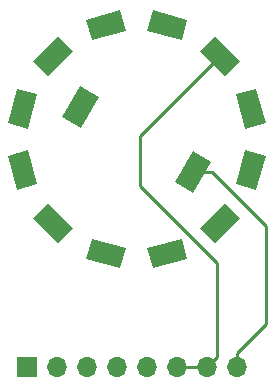
<source format=gbl>
G04 #@! TF.FileFunction,Copper,L2,Bot,Signal*
%FSLAX46Y46*%
G04 Gerber Fmt 4.6, Leading zero omitted, Abs format (unit mm)*
G04 Created by KiCad (PCBNEW 4.0.2-stable) date 2018-09-14 12:55:35 PM*
%MOMM*%
G01*
G04 APERTURE LIST*
%ADD10C,0.200000*%
%ADD11R,1.700000X1.700000*%
%ADD12O,1.700000X1.700000*%
%ADD13C,0.250000*%
G04 APERTURE END LIST*
D10*
G36*
X47344048Y-46497562D02*
X46878174Y-44758895D01*
X49775952Y-43982438D01*
X50241826Y-45721105D01*
X47344048Y-46497562D01*
X47344048Y-46497562D01*
G37*
G36*
X43655736Y-49527056D02*
X42382944Y-48254264D01*
X44504264Y-46132944D01*
X45777056Y-47405736D01*
X43655736Y-49527056D01*
X43655736Y-49527056D01*
G37*
G36*
X41971105Y-53991826D02*
X40232438Y-53525952D01*
X41008895Y-50628174D01*
X42747562Y-51094048D01*
X41971105Y-53991826D01*
X41971105Y-53991826D01*
G37*
G36*
X40232438Y-56274048D02*
X41971105Y-55808174D01*
X42747562Y-58705952D01*
X41008895Y-59171826D01*
X40232438Y-56274048D01*
X40232438Y-56274048D01*
G37*
G36*
X42382944Y-61545736D02*
X43655736Y-60272944D01*
X45777056Y-62394264D01*
X44504264Y-63667056D01*
X42382944Y-61545736D01*
X42382944Y-61545736D01*
G37*
G36*
X46878174Y-65041105D02*
X47344048Y-63302438D01*
X50241826Y-64078895D01*
X49775952Y-65817562D01*
X46878174Y-65041105D01*
X46878174Y-65041105D01*
G37*
G36*
X55939423Y-59399038D02*
X54380577Y-58499038D01*
X55880577Y-55900962D01*
X57439423Y-56800962D01*
X55939423Y-59399038D01*
X55939423Y-59399038D01*
G37*
G36*
X46419423Y-53899038D02*
X44860577Y-52999038D01*
X46360577Y-50400962D01*
X47919423Y-51300962D01*
X46419423Y-53899038D01*
X46419423Y-53899038D01*
G37*
G36*
X52058174Y-45721105D02*
X52524048Y-43982438D01*
X55421826Y-44758895D01*
X54955952Y-46497562D01*
X52058174Y-45721105D01*
X52058174Y-45721105D01*
G37*
G36*
X56522944Y-47405736D02*
X57795736Y-46132944D01*
X59917056Y-48254264D01*
X58644264Y-49527056D01*
X56522944Y-47405736D01*
X56522944Y-47405736D01*
G37*
G36*
X59552438Y-51094048D02*
X61291105Y-50628174D01*
X62067562Y-53525952D01*
X60328895Y-53991826D01*
X59552438Y-51094048D01*
X59552438Y-51094048D01*
G37*
G36*
X61291105Y-59171826D02*
X59552438Y-58705952D01*
X60328895Y-55808174D01*
X62067562Y-56274048D01*
X61291105Y-59171826D01*
X61291105Y-59171826D01*
G37*
G36*
X57795736Y-63667056D02*
X56522944Y-62394264D01*
X58644264Y-60272944D01*
X59917056Y-61545736D01*
X57795736Y-63667056D01*
X57795736Y-63667056D01*
G37*
G36*
X52524048Y-65817562D02*
X52058174Y-64078895D01*
X54955952Y-63302438D01*
X55421826Y-65041105D01*
X52524048Y-65817562D01*
X52524048Y-65817562D01*
G37*
D11*
X41870000Y-74150000D03*
D12*
X44410000Y-74150000D03*
X46950000Y-74150000D03*
X49490000Y-74150000D03*
X52030000Y-74150000D03*
X54570000Y-74150000D03*
X57110000Y-74150000D03*
X59650000Y-74150000D03*
D13*
X51450000Y-58850000D02*
X51450000Y-54600000D01*
X51450000Y-54600000D02*
X58220000Y-47830000D01*
X57959999Y-65359999D02*
X51450000Y-58850000D01*
X57110000Y-74150000D02*
X57959999Y-73300001D01*
X57959999Y-73300001D02*
X57959999Y-65359999D01*
X57110000Y-74150000D02*
X55907919Y-74150000D01*
X55907919Y-74150000D02*
X54570000Y-74150000D01*
X62100000Y-62250000D02*
X57500000Y-57650000D01*
X57500000Y-57650000D02*
X55910000Y-57650000D01*
X62100000Y-70497919D02*
X62100000Y-62250000D01*
X59650000Y-74150000D02*
X59650000Y-72947919D01*
X59650000Y-72947919D02*
X62100000Y-70497919D01*
M02*

</source>
